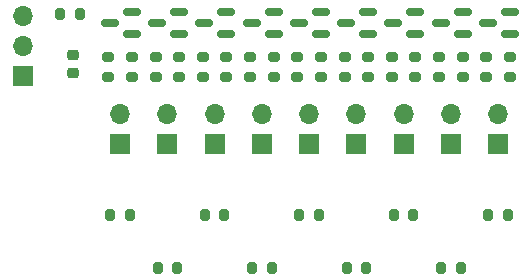
<source format=gts>
%TF.GenerationSoftware,KiCad,Pcbnew,(6.0.2)*%
%TF.CreationDate,2022-02-22T17:34:29+01:00*%
%TF.ProjectId,temp_hotspot_detector,74656d70-5f68-46f7-9473-706f745f6465,rev?*%
%TF.SameCoordinates,Original*%
%TF.FileFunction,Soldermask,Top*%
%TF.FilePolarity,Negative*%
%FSLAX46Y46*%
G04 Gerber Fmt 4.6, Leading zero omitted, Abs format (unit mm)*
G04 Created by KiCad (PCBNEW (6.0.2)) date 2022-02-22 17:34:29*
%MOMM*%
%LPD*%
G01*
G04 APERTURE LIST*
G04 Aperture macros list*
%AMRoundRect*
0 Rectangle with rounded corners*
0 $1 Rounding radius*
0 $2 $3 $4 $5 $6 $7 $8 $9 X,Y pos of 4 corners*
0 Add a 4 corners polygon primitive as box body*
4,1,4,$2,$3,$4,$5,$6,$7,$8,$9,$2,$3,0*
0 Add four circle primitives for the rounded corners*
1,1,$1+$1,$2,$3*
1,1,$1+$1,$4,$5*
1,1,$1+$1,$6,$7*
1,1,$1+$1,$8,$9*
0 Add four rect primitives between the rounded corners*
20,1,$1+$1,$2,$3,$4,$5,0*
20,1,$1+$1,$4,$5,$6,$7,0*
20,1,$1+$1,$6,$7,$8,$9,0*
20,1,$1+$1,$8,$9,$2,$3,0*%
G04 Aperture macros list end*
%ADD10RoundRect,0.200000X0.275000X-0.200000X0.275000X0.200000X-0.275000X0.200000X-0.275000X-0.200000X0*%
%ADD11R,1.700000X1.700000*%
%ADD12O,1.700000X1.700000*%
%ADD13RoundRect,0.200000X-0.275000X0.200000X-0.275000X-0.200000X0.275000X-0.200000X0.275000X0.200000X0*%
%ADD14RoundRect,0.200000X-0.200000X-0.275000X0.200000X-0.275000X0.200000X0.275000X-0.200000X0.275000X0*%
%ADD15RoundRect,0.225000X-0.250000X0.225000X-0.250000X-0.225000X0.250000X-0.225000X0.250000X0.225000X0*%
%ADD16RoundRect,0.150000X0.587500X0.150000X-0.587500X0.150000X-0.587500X-0.150000X0.587500X-0.150000X0*%
G04 APERTURE END LIST*
D10*
X57000000Y-59325000D03*
X57000000Y-57675000D03*
D11*
X48000000Y-65000000D03*
D12*
X48000000Y-62460000D03*
D13*
X67000000Y-57675000D03*
X67000000Y-59325000D03*
D11*
X64000000Y-65000000D03*
D12*
X64000000Y-62460000D03*
D14*
X67175000Y-71000000D03*
X68825000Y-71000000D03*
X59175000Y-71000000D03*
X60825000Y-71000000D03*
D10*
X65000000Y-59325000D03*
X65000000Y-57675000D03*
D13*
X47000000Y-57675000D03*
X47000000Y-59325000D03*
D11*
X44000000Y-65000000D03*
D12*
X44000000Y-62460000D03*
D13*
X71000000Y-57675000D03*
X71000000Y-59325000D03*
D15*
X39990000Y-57500000D03*
X39990000Y-59050000D03*
D13*
X43000000Y-57675000D03*
X43000000Y-59325000D03*
D10*
X45000000Y-59325000D03*
X45000000Y-57675000D03*
D11*
X56000000Y-65000000D03*
D12*
X56000000Y-62460000D03*
D11*
X35750000Y-59275000D03*
D12*
X35750000Y-56735000D03*
X35750000Y-54195000D03*
D13*
X75000000Y-57675000D03*
X75000000Y-59325000D03*
D16*
X49000000Y-55750000D03*
X49000000Y-53850000D03*
X47125000Y-54800000D03*
X77000000Y-55750000D03*
X77000000Y-53850000D03*
X75125000Y-54800000D03*
D14*
X47175000Y-75500000D03*
X48825000Y-75500000D03*
D13*
X63000000Y-57675000D03*
X63000000Y-59325000D03*
X51000000Y-57675000D03*
X51000000Y-59325000D03*
D11*
X72000000Y-65000000D03*
D12*
X72000000Y-62460000D03*
D16*
X53000000Y-55750000D03*
X53000000Y-53850000D03*
X51125000Y-54800000D03*
D11*
X68000000Y-65000000D03*
D12*
X68000000Y-62460000D03*
D11*
X60000000Y-65000000D03*
D12*
X60000000Y-62460000D03*
D13*
X55000000Y-57675000D03*
X55000000Y-59325000D03*
D14*
X55175000Y-75500000D03*
X56825000Y-75500000D03*
D16*
X45000000Y-55750000D03*
X45000000Y-53850000D03*
X43125000Y-54800000D03*
X73000000Y-55750000D03*
X73000000Y-53850000D03*
X71125000Y-54800000D03*
D14*
X71175000Y-75500000D03*
X72825000Y-75500000D03*
D11*
X76000000Y-65000000D03*
D12*
X76000000Y-62460000D03*
D10*
X73000000Y-59325000D03*
X73000000Y-57675000D03*
D16*
X65000000Y-55750000D03*
X65000000Y-53850000D03*
X63125000Y-54800000D03*
X61000000Y-55750000D03*
X61000000Y-53850000D03*
X59125000Y-54800000D03*
D10*
X49000000Y-59325000D03*
X49000000Y-57675000D03*
X69000000Y-59325000D03*
X69000000Y-57675000D03*
D14*
X63175000Y-75500000D03*
X64825000Y-75500000D03*
X51175000Y-71000000D03*
X52825000Y-71000000D03*
D10*
X77000000Y-59325000D03*
X77000000Y-57675000D03*
D14*
X38925000Y-54000000D03*
X40575000Y-54000000D03*
D16*
X57000000Y-55750000D03*
X57000000Y-53850000D03*
X55125000Y-54800000D03*
D14*
X43175000Y-71000000D03*
X44825000Y-71000000D03*
X75175000Y-71000000D03*
X76825000Y-71000000D03*
D10*
X53000000Y-59325000D03*
X53000000Y-57675000D03*
D16*
X69000000Y-55750000D03*
X69000000Y-53850000D03*
X67125000Y-54800000D03*
D10*
X61000000Y-59325000D03*
X61000000Y-57675000D03*
D13*
X59000000Y-57675000D03*
X59000000Y-59325000D03*
D11*
X52000000Y-65000000D03*
D12*
X52000000Y-62460000D03*
M02*

</source>
